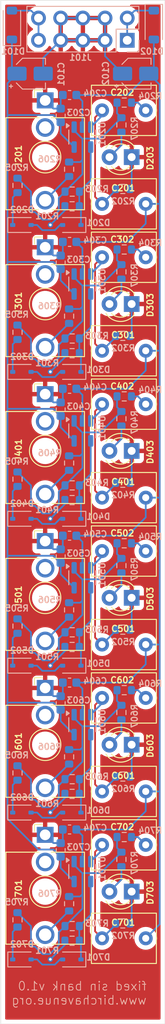
<source format=kicad_pcb>
(kicad_pcb (version 20240108) (generator "pcbnew") (generator_version "8.0")
  (layers (0 "F.Cu" signal) (31 "B.Cu" signal) (34 "B.Paste" user) (35 "F.Paste" user) (36 "B.SilkS" user "B.Silkscreen") (37 "F.SilkS" user "F.Silkscreen") (38 "B.Mask" user) (39 "F.Mask" user) (44 "Edge.Cuts" user))
  (net 0 "")
  (net 1 "GND")
  (net 2 "VCC")
  (net 3 "VEE")
  (net 4 "Net-(U201-+)")
  (net 5 "Net-(C202-Pad2)")
  (net 6 "Net-(U301-+)")
  (net 7 "Net-(C302-Pad2)")
  (net 8 "Net-(U401-+)")
  (net 9 "Net-(C402-Pad2)")
  (net 10 "Net-(U501-+)")
  (net 11 "Net-(C502-Pad2)")
  (net 12 "Net-(U601-+)")
  (net 13 "Net-(C602-Pad2)")
  (net 14 "Net-(U701-+)")
  (net 15 "Net-(C702-Pad2)")
  (net 16 "Net-(D101-A)")
  (net 17 "Net-(D102-K)")
  (net 18 "Net-(D201-A)")
  (net 19 "Net-(D201-K)")
  (net 20 "Net-(D202-K)")
  (net 21 "Net-(D203-AK)")
  (net 22 "Net-(D301-A)")
  (net 23 "Net-(D301-K)")
  (net 24 "Net-(D302-K)")
  (net 25 "Net-(D303-AK)")
  (net 26 "Net-(D401-A)")
  (net 27 "Net-(D401-K)")
  (net 28 "Net-(D402-K)")
  (net 29 "Net-(D403-AK)")
  (net 30 "Net-(D501-A)")
  (net 31 "Net-(D501-K)")
  (net 32 "Net-(D502-K)")
  (net 33 "Net-(D503-AK)")
  (net 34 "Net-(D601-A)")
  (net 35 "Net-(D601-K)")
  (net 36 "Net-(D602-K)")
  (net 37 "Net-(D603-AK)")
  (net 38 "Net-(D701-K)")
  (net 39 "Net-(D701-A)")
  (net 40 "Net-(D702-K)")
  (net 41 "Net-(D703-AK)")
  (net 43 "Net-(J201-PadT)")
  (net 44 "Net-(J301-PadT)")
  (net 46 "Net-(J401-PadT)")
  (net 48 "Net-(J501-PadT)")
  (net 51 "Net-(J601-PadT)")
  (net 52 "Net-(J701-PadT)")
  (net 54 "Net-(R203-Pad2)")
  (net 55 "Net-(R303-Pad2)")
  (net 56 "Net-(R403-Pad2)")
  (net 57 "Net-(R503-Pad2)")
  (net 58 "Net-(R603-Pad2)")
  (net 59 "Net-(R703-Pad2)")
  (footprint "LED_THT:LED_D3.0mm" (layer "F.Cu") (at 147.57344 67.437 180)
    (property "Reference" "D303")
    (property "Value" "LED_Dual_Bidirectional" (hide yes))
  )
  (footprint "Capacitor_THT:C_Rect_L7.2mm_W5.5mm_P5.00mm_FKS2_FKP2_MKS2_MKP2" (layer "F.Cu") (at 144.18444 95.631)
    (property "Reference" "C502")
    (property "Value" "C" (hide yes))
  )
  (footprint "Connector_Audio:Jack_3.5mm_QingPu_WQP-PJ398SM_Vertical_CircularHoles" (layer "F.Cu") (at 137.66744 60.96)
    (property "Reference" "J301")
    (property "Value" "AudioJack2_SwitchT" (hide yes))
  )
  (footprint "Connector_Audio:Jack_3.5mm_QingPu_WQP-PJ398SM_Vertical_CircularHoles" (layer "F.Cu") (at 137.668 44.196)
    (property "Reference" "J201")
    (property "Value" "AudioJack2_SwitchT" (hide yes))
  )
  (footprint "Capacitor_THT:C_Rect_L7.2mm_W5.5mm_P5.00mm_FKS2_FKP2_MKS2_MKP2" (layer "F.Cu") (at 144.185 45.339)
    (property "Reference" "C202")
    (property "Value" "C" (hide yes))
  )
  (footprint "Connector_Audio:Jack_3.5mm_QingPu_WQP-PJ398SM_Vertical_CircularHoles" (layer "F.Cu") (at 137.66744 128.016)
    (property "Reference" "J701")
    (property "Value" "AudioJack2_SwitchT" (hide yes))
  )
  (footprint "LED_THT:LED_D3.0mm" (layer "F.Cu") (at 147.57344 84.201 180)
    (property "Reference" "D403")
    (property "Value" "LED_Dual_Bidirectional" (hide yes))
  )
  (footprint "Capacitor_THT:C_Rect_L7.2mm_W5.5mm_P5.00mm_FKS2_FKP2_MKS2_MKP2" (layer "F.Cu") (at 144.18444 129.159)
    (property "Reference" "C702")
    (property "Value" "C" (hide yes))
  )
  (footprint "Connector_Audio:Jack_3.5mm_QingPu_WQP-PJ398SM_Vertical_CircularHoles" (layer "F.Cu") (at 137.66744 77.724)
    (property "Reference" "J401")
    (property "Value" "AudioJack2_SwitchT" (hide yes))
  )
  (footprint "Capacitor_THT:C_Rect_L7.2mm_W5.5mm_P5.00mm_FKS2_FKP2_MKS2_MKP2" (layer "F.Cu") (at 149.18444 89.535 180)
    (property "Reference" "C401")
    (property "Value" "C" (hide yes))
  )
  (footprint "Connector_Audio:Jack_3.5mm_QingPu_WQP-PJ398SM_Vertical_CircularHoles" (layer "F.Cu") (at 137.66744 94.488)
    (property "Reference" "J501")
    (property "Value" "AudioJack2_SwitchT" (hide yes))
  )
  (footprint "Capacitor_THT:C_Rect_L7.2mm_W5.5mm_P5.00mm_FKS2_FKP2_MKS2_MKP2" (layer "F.Cu") (at 149.18444 139.827 180)
    (property "Reference" "C701")
    (property "Value" "C" (hide yes))
  )
  (footprint "Capacitor_THT:C_Rect_L7.2mm_W5.5mm_P5.00mm_FKS2_FKP2_MKS2_MKP2" (layer "F.Cu") (at 144.18444 78.867)
    (property "Reference" "C402")
    (property "Value" "C" (hide yes))
  )
  (footprint "Connector_Audio:Jack_3.5mm_QingPu_WQP-PJ398SM_Vertical_CircularHoles" (layer "F.Cu") (at 137.66744 111.252)
    (property "Reference" "J601")
    (property "Value" "AudioJack2_SwitchT" (hide yes))
  )
  (footprint "Capacitor_THT:C_Rect_L7.2mm_W5.5mm_P5.00mm_FKS2_FKP2_MKS2_MKP2" (layer "F.Cu") (at 144.18444 62.103)
    (property "Reference" "C302")
    (property "Value" "C" (hide yes))
  )
  (footprint "Capacitor_THT:C_Rect_L7.2mm_W5.5mm_P5.00mm_FKS2_FKP2_MKS2_MKP2" (layer "F.Cu") (at 149.18444 123.063 180)
    (property "Reference" "C601")
    (property "Value" "C" (hide yes))
  )
  (footprint "Capacitor_THT:C_Rect_L7.2mm_W5.5mm_P5.00mm_FKS2_FKP2_MKS2_MKP2" (layer "F.Cu") (at 149.18444 72.771 180)
    (property "Reference" "C301")
    (property "Value" "C" (hide yes))
  )
  (footprint "LED_THT:LED_D3.0mm" (layer "F.Cu") (at 147.57344 100.965 180)
    (property "Reference" "D503")
    (property "Value" "LED_Dual_Bidirectional" (hide yes))
  )
  (footprint "Capacitor_THT:C_Rect_L7.2mm_W5.5mm_P5.00mm_FKS2_FKP2_MKS2_MKP2" (layer "F.Cu") (at 149.18444 106.299 180)
    (property "Reference" "C501")
    (property "Value" "C" (hide yes))
  )
  (footprint "LED_THT:LED_D3.0mm" (layer "F.Cu") (at 147.574 50.673 180)
    (property "Reference" "D203")
    (property "Value" "LED_Dual_Bidirectional" (hide yes))
  )
  (footprint "Capacitor_THT:C_Rect_L7.2mm_W5.5mm_P5.00mm_FKS2_FKP2_MKS2_MKP2" (layer "F.Cu") (at 144.18444 112.395)
    (property "Reference" "C602")
    (property "Value" "C" (hide yes))
  )
  (footprint "LED_THT:LED_D3.0mm" (layer "F.Cu") (at 147.57344 117.729 180)
    (property "Reference" "D603")
    (property "Value" "LED_Dual_Bidirectional" (hide yes))
  )
  (footprint "Capacitor_THT:C_Rect_L7.2mm_W5.5mm_P5.00mm_FKS2_FKP2_MKS2_MKP2" (layer "F.Cu") (at 149.185 56.007 180)
    (property "Reference" "C201")
    (property "Value" "C" (hide yes))
  )
  (footprint "LED_THT:LED_D3.0mm" (layer "F.Cu") (at 147.57344 134.493 180)
    (property "Reference" "D703")
    (property "Value" "LED_Dual_Bidirectional" (hide yes))
  )
  (footprint "Resistor_SMD:R_0603_1608Metric" (layer "B.Cu") (at 140.75404 89.8144)
    (property "Reference" "R401")
    (property "Value" "10kΩ" (hide yes))
  )
  (footprint "Resistor_SMD:R_0603_1608Metric" (layer "B.Cu") (at 140.76624 121.666 180)
    (property "Reference" "R603")
    (property "Value" "22kΩ" (hide yes))
  )
  (footprint "Resistor_SMD:R_0603_1608Metric" (layer "B.Cu") (at 134.49944 120.956 90)
    (property "Reference" "R605")
    (property "Value" "27kΩ" (hide yes))
  )
  (footprint "Capacitor_SMD:C_0603_1608Metric" (layer "B.Cu") (at 140.46144 93.8784 180)
    (property "Reference" "C504")
    (property "Value" "100nF" (hide yes))
  )
  (footprint "Resistor_SMD:R_0603_1608Metric" (layer "B.Cu") (at 140.41064 68.8218 -90)
    (property "Reference" "R306")
    (property "Value" "1kΩ" (hide yes))
  )
  (footprint "Resistor_SMD:R_0603_1608Metric" (layer "B.Cu") (at 140.4112 52.0578 -90)
    (property "Reference" "R206")
    (property "Value" "1kΩ" (hide yes))
  )
  (footprint "Diode_SMD:D_SOD-323" (layer "B.Cu") (at 140.71544 125.476 180)
    (property "Reference" "D601")
    (property "Value" "4.3V" (hide yes))
  )
  (footprint "Resistor_SMD:R_0603_1608Metric" (layer "B.Cu") (at 140.75404 123.3424)
    (property "Reference" "R601")
    (property "Value" "10kΩ" (hide yes))
  )
  (footprint "Capacitor_SMD:CP_Elec_3x5.4" (layer "B.Cu") (at 135.9408 41.148)
    (property "Reference" "C101")
    (property "Value" "C_Polarized" (hide yes))
  )
  (footprint "Diode_SMD:D_SOD-323" (layer "B.Cu") (at 135.00044 108.712)
    (property "Reference" "D502")
    (property "Value" "4.3V" (hide yes))
  )
  (footprint "Resistor_SMD:R_0603_1608Metric" (layer "B.Cu") (at 146.72204 111.506 180)
    (property "Reference" "R604")
    (property "Value" "~" (hide yes))
  )
  (footprint "Diode_SMD:D_SOD-323" (layer "B.Cu") (at 140.71544 142.24 180)
    (property "Reference" "D701")
    (property "Value" "4.3V" (hide yes))
  )
  (footprint "Diode_SMD:D_SOD-123" (layer "B.Cu") (at 133.858 35.6 90)
    (property "Reference" "D101")
    (property "Value" "1N5819HW" (hide yes))
  )
  (footprint "Resistor_SMD:R_0603_1608Metric" (layer "B.Cu") (at 134.49944 137.72 90)
    (property "Reference" "R705")
    (property "Value" "27kΩ" (hide yes))
  )
  (footprint "Resistor_SMD:R_0603_1608Metric" (layer "B.Cu") (at 134.5 53.9 90)
    (property "Reference" "R205")
    (property "Value" "27kΩ" (hide yes))
  )
  (footprint "Resistor_SMD:R_0603_1608Metric" (layer "B.Cu") (at 146.39944 80.528 -90)
    (property "Reference" "R407")
    (property "Value" "510Ω" (hide yes))
  )
  (footprint "Resistor_SMD:R_0603_1608Metric" (layer "B.Cu") (at 146.4 47 -90)
    (property "Reference" "R207")
    (property "Value" "510Ω" (hide yes))
  )
  (footprint "Capacitor_SMD:C_0603_1608Metric" (layer "B.Cu") (at 139.44544 62.6742 90)
    (property "Reference" "C303")
    (property "Value" "100nF" (hide yes))
  )
  (footprint "Capacitor_SMD:CP_Elec_3x5.4" (layer "B.Cu") (at 148.0312 41.148)
    (property "Reference" "C102")
    (property "Value" "C_Polarized" (hide yes))
  )
  (footprint "Capacitor_SMD:C_0603_1608Metric" (layer "B.Cu") (at 139.44544 79.4382 90)
    (property "Reference" "C403")
    (property "Value" "100nF" (hide yes))
  )
  (footprint "Resistor_SMD:R_0603_1608Metric" (layer "B.Cu") (at 140.76624 104.902 180)
    (property "Reference" "R503")
    (property "Value" "22kΩ" (hide yes))
  )
  (footprint "Capacitor_SMD:C_0603_1608Metric" (layer "B.Cu") (at 140.462 43.5864 180)
    (property "Reference" "C204")
    (property "Value" "100nF" (hide yes))
  )
  (footprint "Package_TO_SOT_SMD:SOT-23-5" (layer "B.Cu") (at 141.93464 98.679 -90)
    (property "Reference" "U501")
    (property "Value" "TL071HDBV" (hide yes))
  )
  (footprint "Resistor_SMD:R_0603_1608Metric" (layer "B.Cu") (at 146.7226 44.45 180)
    (property "Reference" "R204")
    (property "Value" "~" (hide yes))
  )
  (footprint "Capacitor_SMD:C_0603_1608Metric" (layer "B.Cu") (at 140.46144 77.1144 180)
    (property "Reference" "C404")
    (property "Value" "100nF" (hide yes))
  )
  (footprint "Resistor_SMD:R_0603_1608Metric" (layer "B.Cu") (at 140.41064 119.1138 -90)
    (property "Reference" "R606")
    (property "Value" "1kΩ" (hide yes))
  )
  (footprint "Capacitor_SMD:C_0603_1608Metric" (layer "B.Cu") (at 140.46144 127.4064 180)
    (property "Reference" "C704")
    (property "Value" "100nF" (hide yes))
  )
  (footprint "Resistor_SMD:R_0603_1608Metric" (layer "B.Cu") (at 140.76624 71.374 180)
    (property "Reference" "R303")
    (property "Value" "22kΩ" (hide yes))
  )
  (footprint "Resistor_SMD:R_0603_1608Metric" (layer "B.Cu") (at 140.7668 54.61 180)
    (property "Reference" "R203")
    (property "Value" "22kΩ" (hide yes))
  )
  (footprint "Package_TO_SOT_SMD:SOT-23-5" (layer "B.Cu") (at 141.9352 48.387 -90)
    (property "Reference" "U201")
    (property "Value" "TL071HDBV" (hide yes))
  )
  (footprint "Resistor_SMD:R_0603_1608Metric" (layer "B.Cu") (at 134.49944 70.664 90)
    (property "Reference" "R305")
    (property "Value" "27kΩ" (hide yes))
  )
  (footprint "Resistor_SMD:R_0603_1608Metric" (layer "B.Cu") (at 140.75404 140.1064)
    (property "Reference" "R701")
    (property "Value" "10kΩ" (hide yes))
  )
  (footprint "Diode_SMD:D_SOD-323" (layer "B.Cu") (at 140.716 58.42 180)
    (property "Reference" "D201")
    (property "Value" "4.3V" (hide yes))
  )
  (footprint "Resistor_SMD:R_0603_1608Metric" (layer "B.Cu") (at 140.76624 88.138 180)
    (property "Reference" "R403")
    (property "Value" "22kΩ" (hide yes))
  )
  (footprint "Diode_SMD:D_SOD-323" (layer "B.Cu") (at 140.71544 91.948 180)
    (property "Reference" "D401")
    (property "Value" "4.3V" (hide yes))
  )
  (footprint "Resistor_SMD:R_0603_1608Metric" (layer "B.Cu") (at 140.75404 106.5784)
    (property "Reference" "R501")
    (property "Value" "10kΩ" (hide yes))
  )
  (footprint "Package_TO_SOT_SMD:SOT-23-5" (layer "B.Cu") (at 141.93464 81.915 -90)
    (property "Reference" "U401")
    (property "Value" "TL071HDBV" (hide yes))
  )
  (footprint "Capacitor_SMD:C_0603_1608Metric" (layer "B.Cu") (at 140.46144 110.6424 180)
    (property "Reference" "C604")
    (property "Value" "100nF" (hide yes))
  )
  (footprint "Diode_SMD:D_SOD-323" (layer "B.Cu") (at 135.00044 142.24)
    (property "Reference" "D702")
    (property "Value" "4.3V" (hide yes))
  )
  (footprint "Resistor_SMD:R_0603_1608Metric" (layer "B.Cu") (at 146.39944 63.764 -90)
    (property "Reference" "R307")
    (property "Value" "510Ω" (hide yes))
  )
  (footprint "Resistor_SMD:R_0603_1608Metric" (layer "B.Cu") (at 146.55744 138.1252 180)
    (property "Reference" "R702")
    (property "Value" "~" (hide yes))
  )
  (footprint "Capacitor_SMD:C_0603_1608Metric" (layer "B.Cu") (at 140.46144 60.3504 180)
    (property "Reference" "C304")
    (property "Value" "100nF" (hide yes))
  )
  (footprint "Resistor_SMD:R_0603_1608Metric" (layer "B.Cu") (at 134.49944 104.192 90)
    (property "Reference" "R505")
    (property "Value" "27kΩ" (hide yes))
  )
  (footprint "Resistor_SMD:R_0603_1608Metric" (layer "B.Cu") (at 140.41064 102.3498 -90)
    (property "Reference" "R506")
    (property "Value" "1kΩ" (hide yes))
  )
  (footprint "Package_TO_SOT_SMD:SOT-23-5" (layer "B.Cu") (at 141.93464 65.151 -90)
    (property "Reference" "U301")
    (property "Value" "TL071HDBV" (hide yes))
  )
  (footprint "Capacitor_SMD:C_0603_1608Metric" (layer "B.Cu") (at 139.446 45.9102 90)
    (property "Reference" "C203")
    (property "Value" "100nF" (hide yes))
  )
  (footprint "Resistor_SMD:R_0603_1608Metric" (layer "B.Cu") (at 146.72204 61.214 180)
    (property "Reference" "R304")
    (property "Value" "~" (hide yes))
  )
  (footprint "Capacitor_SMD:C_0603_1608Metric" (layer "B.Cu") (at 139.44544 96.2022 90)
    (property "Reference" "C503")
    (property "Value" "100nF" (hide yes))
  )
  (footprint "Resistor_SMD:R_0603_1608Metric" (layer "B.Cu") (at 140.75404 73.0504)
    (property "Reference" "R301")
    (property "Value" "10kΩ" (hide yes))
  )
  (footprint "Resistor_SMD:R_0603_1608Metric" (layer "B.Cu") (at 146.39944 114.056 -90)
    (property "Reference" "R607")
    (property "Value" "510Ω" (hide yes))
  )
  (footprint "Diode_SMD:D_SOD-323" (layer "B.Cu") (at 140.71544 108.712 180)
    (property "Reference" "D501")
    (property "Value" "4.3V" (hide yes))
  )
  (footprint "Resistor_SMD:R_0603_1608Metric" (layer "B.Cu") (at 140.41064 135.8778 -90)
    (property "Reference" "R706")
    (property "Value" "1kΩ" (hide yes))
  )
  (footprint "Capacitor_SMD:C_0603_1608Metric" (layer "B.Cu") (at 139.44544 129.7302 90)
    (property "Reference" "C703")
    (property "Value" "100nF" (hide yes))
  )
  (footprint "Resistor_SMD:R_0603_1608Metric" (layer "B.Cu") (at 134.49944 87.428 90)
    (property "Reference" "R405")
    (property "Value" "27kΩ" (hide yes))
  )
  (footprint "Resistor_SMD:R_0603_1608Metric" (layer "B.Cu") (at 146.558 54.3052 180)
    (property "Reference" "R202")
    (property "Value" "~" (hide yes))
  )
  (footprint "Diode_SMD:D_SOD-323" (layer "B.Cu") (at 135.00044 91.948)
    (property "Reference" "D402")
    (property "Value" "4.3V" (hide yes))
  )
  (footprint "Resistor_SMD:R_0603_1608Metric" (layer "B.Cu") (at 146.39944 97.292 -90)
    (property "Reference" "R507")
    (property "Value" "510Ω" (hide yes))
  )
  (footprint "Resistor_SMD:R_0603_1608Metric" (layer "B.Cu") (at 146.55744 121.3612 180)
    (property "Reference" "R602")
    (property "Value" "~" (hide yes))
  )
  (footprint "Diode_SMD:D_SOD-323" (layer "B.Cu") (at 135.001 58.42)
    (property "Reference" "D202")
    (property "Value" "4.3V" (hide yes))
  )
  (footprint "Diode_SMD:D_SOD-323" (layer "B.Cu") (at 135.00044 75.184)
    (property "Reference" "D302")
    (property "Value" "4.3V" (hide yes))
  )
  (footprint "Resistor_SMD:R_0603_1608Metric" (layer "B.Cu") (at 140.41064 85.5858 -90)
    (property "Reference" "R406")
    (property "Value" "1kΩ" (hide yes))
  )
  (footprint "Resistor_SMD:R_0603_1608Metric" (layer "B.Cu") (at 146.72204 128.27 180)
    (property "Reference" "R704")
    (property "Value" "~" (hide yes))
  )
  (footprint "Diode_SMD:D_SOD-123" (layer "B.Cu") (at 150.114 35.6 -90)
    (property "Reference" "D102")
    (property "Value" "1N5819HW" (hide yes))
  )
  (footprint "Resistor_SMD:R_0603_1608Metric" (layer "B.Cu") (at 140.7546 56.2864)
    (property "Reference" "R201")
    (property "Value" "10kΩ" (hide yes))
  )
  (footprint "Package_TO_SOT_SMD:SOT-23-5" (layer "B.Cu") (at 141.93464 115.443 -90)
    (property "Reference" "U601")
    (property "Value" "TL071HDBV" (hide yes))
  )
  (footprint "Resistor_SMD:R_0603_1608Metric" (layer "B.Cu") (at 146.55744 104.5972 180)
    (property "Reference" "R502")
    (property "Value" "~" (hide yes))
  )
  (footprint "Resistor_SMD:R_0603_1608Metric" (layer "B.Cu") (at 146.72204 77.978 180)
    (property "Reference" "R404")
    (property "Value" "~" (hide yes))
  )
  (footprint "Package_TO_SOT_SMD:SOT-23-5" (layer "B.Cu") (at 141.93464 132.207 -90)
    (property "Reference" "U701")
    (property "Value" "TL071HDBV" (hide yes))
  )
  (footprint "Capacitor_SMD:C_0603_1608Metric" (layer "B.Cu") (at 139.44544 112.9662 90)
    (property "Reference" "C603")
    (property "Value" "100nF" (hide yes))
  )
  (footprint "Resistor_SMD:R_0603_1608Metric" (layer "B.Cu") (at 146.72204 94.742 180)
    (property "Reference" "R504")
    (property "Value" "~" (hide yes))
  )
  (footprint "Connector_PinHeader_2.54mm:PinHeader_2x05_P2.54mm_Vertical" (layer "B.Cu") (at 147.066 37.338 90)
    (property "Reference" "J101")
    (property "Value" "Conn_02x05_Odd_Even" (hide yes))
  )
  (footprint "Resistor_SMD:R_0603_1608Metric" (layer "B.Cu") (at 146.55744 71.0692 180)
    (property "Reference" "R302")
    (property "Value" "~" (hide yes))
  )
  (footprint "Diode_SMD:D_SOD-323" (layer "B.Cu") (at 140.71544 75.184 180)
    (property "Reference" "D301")
    (property "Value" "4.3V" (hide yes))
  )
  (footprint "Diode_SMD:D_SOD-323" (layer "B.Cu") (at 135.00044 125.476)
    (property "Reference" "D602")
    (property "Value" "4.3V" (hide yes))
  )
  (footprint "Resistor_SMD:R_0603_1608Metric" (layer "B.Cu") (at 146.55744 87.8332 180)
    (property "Reference" "R402")
    (property "Value" "~" (hide yes))
  )
  (footprint "Resistor_SMD:R_0603_1608Metric" (layer "B.Cu") (at 140.76624 138.43 180)
    (property "Reference" "R703")
    (property "Value" "22kΩ" (hide yes))
  )
  (footprint "Resistor_SMD:R_0603_1608Metric" (layer "B.Cu") (at 146.39944 130.82 -90)
    (property "Reference" "R707")
    (property "Value" "510Ω" (hide yes))
  )
  (gr_rect (start 132.588 32.766) (end 151.384 149.606) (stroke (width 0.05)) (fill none) (layer "Edge.Cuts"))
  (gr_text "fixed sin bank v1.0\nwww.birchavenue.org" (at 149.352 147.4724 0) (layer "B.SilkS") (effects (font (size 1 1) (thickness 0.1)) (justify left bottom mirror)))
  (via (at 138.264226 75.17012) (size 0.6) (drill 0.3) (layers "F.Cu" "B.Cu") (net 1))
  (via (at 138.264226 108.69812) (size 0.6) (drill 0.3) (layers "F.Cu" "B.Cu") (net 1))
  (via (at 138.264226 142.22612) (size 0.6) (drill 0.3) (layers "F.Cu" "B.Cu") (net 1))
  (via (at 138.264786 58.40612) (size 0.6) (drill 0.3) (layers "F.Cu" "B.Cu") (net 1))
  (via (at 138.264226 91.93412) (size 0.6) (drill 0.3) (layers "F.Cu" "B.Cu") (net 1))
  (via (at 138.264226 125.46212) (size 0.6) (drill 0.3) (layers "F.Cu" "B.Cu") (net 1))
  (segment (start 139.44544 61.8992) (end 138.60664 61.8992) (width 0.2) (layer "B.Cu") (net 1))
  (segment (start 138.60724 108.3564) (end 138.605946 108.3564) (width 0.2) (layer "B.Cu") (net 1))
  (segment (start 139.446 43.8274) (end 139.687 43.5864) (width 0.2) (layer "B.Cu") (net 1))
  (segment (start 138.60664 61.8992) (end 137.66744 60.96) (width 0.2) (layer "B.Cu") (net 1))
  (segment (start 139.446 45.1352) (end 139.446 43.8274) (width 0.2) (layer "B.Cu") (net 1))
  (segment (start 147.57344 100.965) (end 147.57344 104.4062) (width 0.2) (layer "B.Cu") (net 1))
  (segment (start 138.605946 91.5924) (end 138.264226 91.93412) (width 0.2) (layer "B.Cu") (net 1))
  (segment (start 144.526 37.338) (end 144.526 39.1428) (width 0.2) (layer "B.Cu") (net 1))
  (segment (start 139.44544 78.6632) (end 138.60664 78.6632) (width 0.2) (layer "B.Cu") (net 1))
  (segment (start 138.606506 58.0644) (end 138.264786 58.40612) (width 0.2) (layer "B.Cu") (net 1))
  (segment (start 138.605946 141.8844) (end 138.264226 142.22612) (width 0.2) (layer "B.Cu") (net 1))
  (segment (start 138.605946 108.3564) (end 138.264226 108.69812) (width 0.2) (layer "B.Cu") (net 1))
  (segment (start 147.574 50.673) (end 147.574 54.1142) (width 0.2) (layer "B.Cu") (net 1))
  (segment (start 139.68644 127.4064) (end 139.68644 128.7142) (width 0.2) (layer "B.Cu") (net 1))
  (segment (start 139.68644 77.1144) (end 139.68644 78.4222) (width 0.2) (layer "B.Cu") (net 1))
  (segment (start 144.526 34.798) (end 144.526 37.338) (width 0.2) (layer "B.Cu") (net 1))
  (segment (start 147.57344 67.437) (end 147.57344 70.8782) (width 0.2) (layer "B.Cu") (net 1))
  (segment (start 147.57344 117.729) (end 147.57344 121.1702) (width 0.2) (layer "B.Cu") (net 1))
  (segment (start 139.92904 90.2706) (end 138.60724 91.5924) (width 0.2) (layer "B.Cu") (net 1))
  (segment (start 139.446 34.798) (end 139.446 37.338) (width 0.2) (layer "B.Cu") (net 1))
  (segment (start 138.60664 112.1912) (end 137.66744 111.252) (width 0.2) (layer "B.Cu") (net 1))
  (segment (start 147.57344 121.1702) (end 147.38244 121.3612) (width 0.2) (layer "B.Cu") (net 1))
  (segment (start 139.68644 111.9502) (end 139.44544 112.1912) (width 0.2) (layer "B.Cu") (net 1))
  (segment (start 144.526 34.798) (end 139.446 34.798) (width 0.2) (layer "B.Cu") (net 1))
  (segment (start 139.68644 78.4222) (end 139.44544 78.6632) (width 0.2) (layer "B.Cu") (net 1))
  (segment (start 139.92904 89.8144) (end 139.92904 90.2706) (width 0.2) (layer "B.Cu") (net 1))
  (segment (start 147.57344 87.6422) (end 147.38244 87.8332) (width 0.2) (layer "B.Cu") (net 1))
  (segment (start 139.68644 61.6582) (end 139.44544 61.8992) (width 0.2) (layer "B.Cu") (net 1))
  (segment (start 139.446 37.338) (end 144.526 37.338) (width 0.2) (layer "B.Cu") (net 1))
  (segment (start 138.6072 45.1352) (end 137.668 44.196) (width 0.2) (layer "B.Cu") (net 1))
  (segment (start 147.57344 137.9342) (end 147.38244 138.1252) (width 0.2) (layer "B.Cu") (net 1))
  (segment (start 139.92904 107.0346) (end 138.60724 108.3564) (width 0.2) (layer "B.Cu") (net 1))
  (segment (start 147.57344 84.201) (end 147.57344 87.6422) (width 0.2) (layer "B.Cu") (net 1))
  (segment (start 139.68644 110.6424) (end 139.68644 111.9502) (width 0.2) (layer "B.Cu") (net 1))
  (segment (start 139.92904 73.0504) (end 139.92904 73.5066) (width 0.2) (layer "B.Cu") (net 1))
  (segment (start 139.68644 128.7142) (end 139.44544 128.9552) (width 0.2) (layer "B.Cu") (net 1))
  (segment (start 139.9296 56.2864) (end 139.9296 56.7426) (width 0.2) (layer "B.Cu") (net 1))
  (segment (start 138.60664 95.4272) (end 137.66744 94.488) (width 0.2) (layer "B.Cu") (net 1))
  (segment (start 137.4408 39.3432) (end 139.446 37.338) (width 0.2) (layer "B.Cu") (net 1))
  (segment (start 139.92904 123.3424) (end 139.92904 123.7986) (width 0.2) (layer "B.Cu") (net 1))
  (segment (start 138.6078 58.0644) (end 138.606506 58.0644) (width 0.2) (layer "B.Cu") (net 1))
  (segment (start 147.574 54.1142) (end 147.383 54.3052) (width 0.2) (layer "B.Cu") (net 1))
  (segment (start 139.92904 106.5784) (end 139.92904 107.0346) (width 0.2) (layer "B.Cu") (net 1))
  (segment (start 138.605946 74.8284) (end 138.264226 75.17012) (width 0.2) (layer "B.Cu") (net 1))
  (segment (start 139.68644 93.8784) (end 139.68644 95.1862) (width 0.2) (layer "B.Cu") (net 1))
  (segment (start 147.57344 70.8782) (end 147.38244 71.0692) (width 0.2) (layer "B.Cu") (net 1))
  (segment (start 139.92904 73.5066) (end 138.60724 74.8284) (width 0.2) (layer "B.Cu") (net 1))
  (segment (start 139.44544 95.4272) (end 138.60664 95.4272) (width 0.2) (layer "B.Cu") (net 1))
  (segment (start 139.446 45.1352) (end 138.6072 45.1352) (width 0.2) (layer "B.Cu") (net 1))
  (segment (start 139.44544 112.1912) (end 138.60664 112.1912) (width 0.2) (layer "B.Cu") (net 1))
  (segment (start 138.60724 74.8284) (end 138.605946 74.8284) (width 0.2) (layer "B.Cu") (net 1))
  (segment (start 139.9296 56.7426) (end 138.6078 58.0644) (width 0.2) (layer "B.Cu") (net 1))
  (segment (start 147.57344 104.4062) (end 147.38244 104.5972) (width 0.2) (layer "B.Cu") (net 1))
  (segment (start 139.92904 140.5626) (end 138.60724 141.8844) (width 0.2) (layer "B.Cu") (net 1))
  (segment (start 138.605946 125.1204) (end 138.264226 125.46212) (width 0.2) (layer "B.Cu") (net 1))
  (segment (start 139.68644 95.1862) (end 139.44544 95.4272) (width 0.2) (layer "B.Cu") (net 1))
  (segment (start 137.4408 41.148) (end 137.4408 39.3432) (width 0.2) (layer "B.Cu") (net 1))
  (segment (start 138.60724 141.8844) (end 138.605946 141.8844) (width 0.2) (layer "B.Cu") (net 1))
  (segment (start 139.44544 128.9552) (end 138.60664 128.9552) (width 0.2) (layer "B.Cu") (net 1))
  (segment (start 138.60664 128.9552) (end 137.66744 128.016) (width 0.2) (layer "B.Cu") (net 1))
  (segment (start 139.68644 60.3504) (end 139.68644 61.6582) (width 0.2) (layer "B.Cu") (net 1))
  (segment (start 147.57344 134.493) (end 147.57344 137.9342) (width 0.2) (layer "B.Cu") (net 1))
  (segment (start 139.92904 140.1064) (end 139.92904 140.5626) (width 0.2) (layer "B.Cu") (net 1))
  (segment (start 144.526 39.1428) (end 146.5312 41.148) (width 0.2) (layer "B.Cu") (net 1))
  (segment (start 139.92904 123.7986) (end 138.60724 125.1204) (width 0.2) (layer "B.Cu") (net 1))
  (segment (start 138.60724 91.5924) (end 138.605946 91.5924) (width 0.2) (layer "B.Cu") (net 1))
  (segment (start 138.60664 78.6632) (end 137.66744 77.724) (width 0.2) (layer "B.Cu") (net 1))
  (segment (start 138.60724 125.1204) (end 138.605946 125.1204) (width 0.2) (layer "B.Cu") (net 1))
  (segment (start 133.35044 45.8724) (end 133.35044 62.6364) (width 0.2) (layer "B.Cu") (net 2))
  (segment (start 138.63264 112.9284) (end 133.35044 112.9284) (width 0.2) (layer "B.Cu") (net 2))
  (segment (start 139.44544 131.8053) (end 140.98464 133.3445) (width 0.2) (layer "B.Cu") (net 2))
  (segment (start 138.63264 79.4004) (end 133.37584 79.4004) (width 0.2) (layer "B.Cu") (net 2))
  (segment (start 133.35044 112.9284) (end 133.35044 126.179) (width 0.2) (layer "B.Cu") (net 2))
  (segment (start 139.44544 63.4492) (end 138.63264 62.6364) (width 0.2) (layer "B.Cu") (net 2))
  (segment (start 139.44544 96.9772) (end 139.44544 98.2773) (width 0.2) (layer "B.Cu") (net 2))
  (segment (start 138.6332 45.8724) (end 133.35044 45.8724) (width 0.2) (layer "B.Cu") (net 2))
  (segment (start 134.4408 41.148) (end 133.35044 42.23836) (width 0.2) (layer "B.Cu") (net 2))
  (segment (start 133.35044 79.375) (end 133.35044 96.1136) (width 0.2) (layer "B.Cu") (net 2))
  (segment (start 139.44544 81.5133) (end 140.98464 83.0525) (width 0.2) (layer "B.Cu") (net 2))
  (segment (start 139.44544 63.4492) (end 139.44544 64.7493) (width 0.2) (layer "B.Cu") (net 2))
  (segment (start 133.40124 96.1644) (end 133.35044 96.1136) (width 0.2) (layer "B.Cu") (net 2))
  (segment (start 139.44544 130.5052) (end 138.63264 129.6924) (width 0.2) (layer "B.Cu") (net 2))
  (segment (start 139.44544 80.2132) (end 139.44544 81.5133) (width 0.2) (layer "B.Cu") (net 2))
  (segment (start 139.44544 64.7493) (end 140.98464 66.2885) (width 0.2) (layer "B.Cu") (net 2))
  (segment (start 133.37584 79.4004) (end 133.35044 79.375) (width 0.2) (layer "B.Cu") (net 2))
  (segment (start 139.446 47.9853) (end 140.9852 49.5245) (width 0.2) (layer "B.Cu") (net 2))
  (segment (start 133.35044 96.1136) (end 133.35044 112.9284) (width 0.2) (layer "B.Cu") (net 2))
  (segment (start 139.44544 113.7412) (end 139.44544 115.0413) (width 0.2) (layer "B.Cu") (net 2))
  (segment (start 139.44544 115.0413) (end 140.98464 116.5805) (width 0.2) (layer "B.Cu") (net 2))
  (segment (start 139.44544 113.7412) (end 138.63264 112.9284) (width 0.2) (layer "B.Cu") (net 2))
  (segment (start 133.858 40.5652) (end 134.4408 41.148) (width 0.2) (layer "B.Cu") (net 2))
  (segment (start 139.44544 80.2132) (end 138.63264 79.4004) (width 0.2) (layer "B.Cu") (net 2))
  (segment (start 136.86384 129.6924) (end 138.63264 129.6924) (width 0.2) (layer "B.Cu") (net 2))
  (segment (start 139.44544 130.5052) (end 139.44544 131.8053) (width 0.2) (layer "B.Cu") (net 2))
  (segment (start 133.858 37.25) (end 133.858 40.5652) (width 0.2) (layer "B.Cu") (net 2))
  (segment (start 139.446 46.6852) (end 138.6332 45.8724) (width 0.2) (layer "B.Cu") (net 2))
  (segment (start 139.44544 96.9772) (end 138.63264 96.1644) (width 0.2) (layer "B.Cu") (net 2))
  (segment (start 133.35044 42.23836) (end 133.35044 45.8724) (width 0.2) (layer "B.Cu") (net 2))
  (segment (start 133.35044 126.179) (end 136.86384 129.6924) (width 0.2) (layer "B.Cu") (net 2))
  (segment (start 139.44544 98.2773) (end 140.98464 99.8165) (width 0.2) (layer "B.Cu") (net 2))
  (segment (start 133.35044 62.6364) (end 133.35044 79.375) (width 0.2) (layer "B.Cu") (net 2))
  (segment (start 138.63264 62.6364) (end 133.35044 62.6364) (width 0.2) (layer "B.Cu") (net 2))
  (segment (start 138.63264 96.1644) (end 133.40124 96.1644) (width 0.2) (layer "B.Cu") (net 2))
  (segment (start 139.446 46.6852) (end 139.446 47.9853) (width 0.2) (layer "B.Cu") (net 2))
  (segment (start 141.93464 94.5766) (end 141.23644 93.8784) (width 0.2) (layer "B.Cu") (net 3))
  (segment (start 141.93464 97.5415) (end 141.93464 94.5766) (width 0.2) (layer "B.Cu") (net 3))
  (segment (start 150.7586 89.535) (end 150.784 89.5096) (width 0.2) (layer "B.Cu") (net 3))
  (segment (start 149.18444 89.535) (end 150.7586 89.535) (width 0.2) (layer "B.Cu") (net 3))
  (segment (start 149.185 58.25764) (end 149.185 56.007) (width 0.2) (layer "B.Cu") (net 3))
  (segment (start 150.784 106.299) (end 150.784 123.0884) (width 0.2) (layer "B.Cu") (net 3))
  (segment (start 141.9352 47.2495) (end 141.9352 44.2846) (width 0.2) (layer "B.Cu") (net 3))
  (segment (start 149.185 56.007) (end 150.784 56.007) (width 0.2) (layer "B.Cu") (net 3))
  (segment (start 141.93464 111.3406) (end 141.23644 110.6424) (width 0.2) (layer "B.Cu") (net 3))
  (segment (start 141.93464 114.3055) (end 141.93464 111.3406) (width 0.2) (layer "B.Cu") (net 3))
  (segment (start 147.09224 77.1144) (end 149.18444 75.0222) (width 0.2) (layer "B.Cu") (net 3))
  (segment (start 141.23644 60.3504) (end 147.09224 60.3504) (width 0.2) (layer "B.Cu") (net 3))
  (segment (start 150.784 123.0884) (end 150.784 138.22744) (width 0.2) (layer "B.Cu") (net 3))
  (segment (start 141.93464 64.0135) (end 141.93464 61.0486) (width 0.2) (layer "B.Cu") (net 3))
  (segment (start 150.114 40.5652) (end 149.5312 41.148) (width 0.2) (layer "B.Cu") (net 3))
  (segment (start 149.18444 123.063) (end 150.7586 123.063) (width 0.2) (layer "B.Cu") (net 3))
  (segment (start 141.23644 127.4064) (end 147.09224 127.4064) (width 0.2) (layer "B.Cu") (net 3))
  (segment (start 149.18444 75.0222) (end 149.18444 72.771) (width 0.2) (layer "B.Cu") (net 3))
  (segment (start 141.93464 80.7775) (end 141.93464 77.8126) (width 0.2) (layer "B.Cu") (net 3))
  (segment (start 147.0928 43.5864) (end 149.5312 41.148) (width 0.2) (layer "B.Cu") (net 3))
  (segment (start 150.784 56.007) (end 150.784 72.7456) (width 0.2) (layer "B.Cu") (net 3))
  (segment (start 150.784 89.5096) (end 150.784 106.299) (width 0.2) (layer "B.Cu") (net 3))
  (segment (start 147.09224 110.6424) (end 149.18444 108.5502) (width 0.2) (layer "B.Cu") (net 3))
  (segment (start 141.23644 93.8784) (end 147.09224 93.8784) (width 0.2) (layer "B.Cu") (net 3))
  (segment (start 149.18444 108.5502) (end 149.18444 106.299) (width 0.2) (layer "B.Cu") (net 3))
  (segment (start 150.7586 123.063) (end 150.784 123.0884) (width 0.2) (layer "B.Cu") (net 3))
  (segment (start 147.09224 60.3504) (end 149.185 58.25764) (width 0.2) (layer "B.Cu") (net 3))
  (segment (start 147.09224 93.8784) (end 149.18444 91.7862) (width 0.2) (layer "B.Cu") (net 3))
  (segment (start 149.18444 106.299) (end 150.784 106.299) (width 0.2) (layer "B.Cu") (net 3))
  (segment (start 150.784 138.22744) (end 149.18444 139.827) (width 0.2) (layer "B.Cu") (net 3))
  (segment (start 150.114 37.25) (end 150.114 40.5652) (width 0.2) (layer "B.Cu") (net 3))
  (segment (start 141.93464 77.8126) (end 141.23644 77.1144) (width 0.2) (layer "B.Cu") (net 3))
  (segment (start 150.7586 72.771) (end 150.784 72.7456) (width 0.2) (layer "B.Cu") (net 3))
  (segment (start 149.18444 125.3142) (end 149.18444 123.063) (width 0.2) (layer "B.Cu") (net 3))
  (segment (start 141.93464 128.1046) (end 141.23644 127.4064) (width 0.2) (layer "B.Cu") (net 3))
  (segment (start 141.93464 131.0695) (end 141.93464 128.1046) (width 0.2) (layer "B.Cu") (net 3))
  (segment (start 149.18444 91.7862) (end 149.18444 89.535) (width 0.2) (layer "B.Cu") (net 3))
  (segment (start 149.5312 41.148) (end 150.784 42.4008) (width 0.2) (layer "B.Cu") (net 3))
  (segment (start 141.23644 77.1144) (end 147.09224 77.1144) (width 0.2) (layer "B.Cu") (net 3))
  (segment (start 141.93464 61.0486) (end 141.23644 60.3504) (width 0.2) (layer "B.Cu") (net 3))
  (segment (start 150.784 72.7456) (end 150.784 89.5096) (width 0.2) (layer "B.Cu") (net 3))
  (segment (start 150.784 42.4008) (end 150.784 56.007) (width 0.2) (layer "B.Cu") (net 3))
  (segment (start 141.237 43.5864) (end 147.0928 43.5864) (width 0.2) (layer "B.Cu") (net 3))
  (segment (start 149.18444 72.771) (end 150.7586 72.771) (width 0.2) (layer "B.Cu") (net 3))
  (segment (start 147.09224 127.4064) (end 149.18444 125.3142) (width 0.2) (layer "B.Cu") (net 3))
  (segment (start 141.9352 44.2846) (end 141.237 43.5864) (width 0.2) (layer "B.Cu") (net 3))
  (segment (start 141.23644 110.6424) (end 147.09224 110.6424) (width 0.2) (layer "B.Cu") (net 3))
  (segment (start 143.385001 55.207001) (end 144.185 56.007) (width 0.2) (layer "F.Cu") (net 4))
  (segment (start 143.385001 46.138999) (end 143.385001 55.207001) (width 0.2) (layer "F.Cu") (net 4))
  (segment (start 144.185 45.339) (end 143.385001 46.138999) (width 0.2) (layer "F.Cu") (net 4))
  (segment (start 145.733 54.459) (end 145.733 54.3052) (width 0.2) (layer "B.Cu") (net 4))
  (segment (start 144.185 56.007) (end 145.733 54.459) (width 0.2) (layer "B.Cu") (net 4))
  (segment (start 144.185 45.9497) (end 144.185 45.339) (width 0.2) (layer "B.Cu") (net 4))
  (segment (start 142.8852 47.2495) (end 144.185 45.9497) (width 0.2) (layer "B.Cu") (net 4))
  (segment (start 147.5476 44.45) (end 148.296 44.45) (width 0.2) (layer "B.Cu") (net 5))
  (segment (start 148.296 44.45) (end 149.185 45.339) (width 0.2) (layer "B.Cu") (net 5))
  (segment (start 143.384441 71.971001) (end 143.384441 62.902999) (width 0.2) (layer "F.Cu") (net 6))
  (segment (start 143.384441 62.902999) (end 144.18444 62.103) (width 0.2) (layer "F.Cu") (net 6))
  (segment (start 144.18444 72.771) (end 143.384441 71.971001) (width 0.2) (layer "F.Cu") (net 6))
  (segment (start 144.18444 72.771) (end 145.73244 71.223) (width 0.2) (layer "B.Cu") (net 6))
  (segment (start 145.73244 71.223) (end 145.73244 71.0692) (width 0.2) (layer "B.Cu") (net 6))
  (segment (start 142.88464 64.0135) (end 144.18444 62.7137) (width 0.2) (layer "B.Cu") (net 6))
  (segment (start 144.18444 62.7137) (end 144.18444 62.103) (width 0.2) (layer "B.Cu") (net 6))
  (segment (start 147.54704 61.214) (end 148.29544 61.214) (width 0.2) (layer "B.Cu") (net 7))
  (segment (start 148.29544 61.214) (end 149.18444 62.103) (width 0.2) (layer "B.Cu") (net 7))
  (segment (start 143.384441 79.666999) (end 144.18444 78.867) (width 0.2) (layer "F.Cu") (net 8))
  (segment (start 143.384441 88.735001) (end 143.384441 79.666999) (width 0.2) (layer "F.Cu") (net 8))
  (segment (start 144.18444 89.535) (end 143.384441 88.735001) (width 0.2) (layer "F.Cu") (net 8))
  (segment (start 144.18444 79.4777) (end 144.18444 78.867) (width 0.2) (layer "B.Cu") (net 8))
  (segment (start 142.88464 80.7775) (end 144.18444 79.4777) (width 0.2) (layer "B.Cu") (net 8))
  (segment (start 144.18444 89.535) (end 145.73244 87.987) (width 0.2) (layer "B.Cu") (net 8))
  (segment (start 145.73244 87.987) (end 145.73244 87.8332) (width 0.2) (layer "B.Cu") (net 8))
  (segment (start 147.54704 77.978) (end 148.29544 77.978) (width 0.2) (layer "B.Cu") (net 9))
  (segment (start 148.29544 77.978) (end 149.18444 78.867) (width 0.2) (layer "B.Cu") (net 9))
  (segment (start 144.18444 106.299) (end 143.384441 105.499001) (width 0.2) (layer "F.Cu") (net 10))
  (segment (start 143.384441 96.430999) (end 144.18444 95.631) (width 0.2) (layer "F.Cu") (net 10))
  (segment (start 143.384441 105.499001) (end 143.384441 96.430999) (width 0.2) (layer "F.Cu") (net 10))
  (segment (start 144.18444 106.299) (end 145.73244 104.751) (width 0.2) (layer "B.Cu") (net 10))
  (segment (start 145.73244 104.751) (end 145.73244 104.5972) (width 0.2) (layer "B.Cu") (net 10))
  (segment (start 142.88464 97.5415) (end 144.18444 96.2417) (width 0.2) (layer "B.Cu") (net 10))
  (segment (start 144.18444 96.2417) (end 144.18444 95.631) (width 0.2) (layer "B.Cu") (net 10))
  (segment (start 147.54704 94.742) (end 148.29544 94.742) (width 0.2) (layer "B.Cu") (net 11))
  (segment (start 148.29544 94.742) (end 149.18444 95.631) (width 0.2) (layer "B.Cu") (net 11))
  (segment (start 144.18444 123.063) (end 143.384441 122.263001) (width 0.2) (layer "F.Cu") (net 12))
  (segment (start 143.384441 113.194999) (end 144.18444 112.395) (width 0.2) (layer "F.Cu") (net 12))
  (segment (start 143.384441 122.263001) (end 143.384441 113.194999) (width 0.2) (layer "F.Cu") (net 12))
  (segment (start 144.18444 113.0057) (end 144.18444 112.395) (width 0.2) (layer "B.Cu") (net 12))
  (segment (start 144.18444 123.063) (end 145.73244 121.515) (width 0.2) (layer "B.Cu") (net 12))
  (segment (start 145.73244 121.515) (end 145.73244 121.3612) (width 0.2) (layer "B.Cu") (net 12))
  (segment (start 142.88464 114.3055) (end 144.18444 113.0057) (width 0.2) (layer "B.Cu") (net 12))
  (segment (start 147.54704 111.506) (end 148.29544 111.506) (width 0.2) (layer "B.Cu") (net 13))
  (segment (start 148.29544 111.506) (end 149.18444 112.395) (width 0.2) (layer "B.Cu") (net 13))
  (segment (start 143.384441 129.958999) (end 144.18444 129.159) (width 0.2) (layer "F.Cu") (net 14))
  (segment (start 144.18444 139.827) (end 143.384441 139.027001) (width 0.2) (layer "F.Cu") (net 14))
  (segment (start 143.384441 139.027001) (end 143.384441 129.958999) (width 0.2) (layer "F.Cu") (net 14))
  (segment (start 142.88464 131.0695) (end 144.18444 129.7697) (width 0.2) (layer "B.Cu") (net 14))
  (segment (start 145.73244 138.279) (end 145.73244 138.1252) (width 0.2) (layer "B.Cu") (net 14))
  (segment (start 144.18444 129.7697) (end 144.18444 129.159) (width 0.2) (layer "B.Cu") (net 14))
  (segment (start 144.18444 139.827) (end 145.73244 138.279) (width 0.2) (layer "B.Cu") (net 14))
  (segment (start 147.54704 128.27) (end 148.29544 128.27) (width 0.2) (layer "B.Cu") (net 15))
  (segment (start 148.29544 128.27) (end 149.18444 129.159) (width 0.2) (layer "B.Cu") (net 15))
  (segment (start 136.058 33.95) (end 136.906 34.798) (width 0.2) (layer "B.Cu") (net 16))
  (segment (start 136.906 37.338) (end 136.906 34.798) (width 0.2) (layer "B.Cu") (net 16))
  (segment (start 133.858 33.95) (end 136.058 33.95) (width 0.2) (layer "B.Cu") (net 16))
  (segment (start 147.066 37.338) (end 147.066 34.798) (width 0.2) (layer "B.Cu") (net 17))
  (segment (start 147.914 33.95) (end 147.066 34.798) (width 0.2) (layer "B.Cu") (net 17))
  (segment (start 150.114 33.95) (end 147.914 33.95) (width 0.2) (layer "B.Cu") (net 17))
  (segment (start 137.6934 59.0042) (end 137.69532 59.00612) (width 0.2) (layer "B.Cu") (net 18))
  (segment (start 138.78368 59.00612) (end 139.3698 58.42) (width 0.2) (layer "B.Cu") (net 18))
  (segment (start 137.3378 59.0042) (end 137.6934 59.0042) (width 0.2) (layer "B.Cu") (net 18))
  (segment (start 137.69532 59.00612) (end 138.78368 59.00612) (width 0.2) (layer "B.Cu") (net 18))
  (segment (start 136.7536 58.42) (end 137.3378 59.0042) (width 0.2) (layer "B.Cu") (net 18))
  (segment (start 136.051 58.42) (end 136.7536 58.42) (width 0.2) (layer "B.Cu") (net 18))
  (segment (start 139.3698 58.42) (end 139.666 58.42) (width 0.2) (layer "B.Cu") (net 18))
  (segment (start 142.8852 49.5245) (end 142.8852 53.3166) (width 0.2) (layer "B.Cu") (net 19))
  (segment (start 142.8852 53.3166) (end 141.5918 54.61) (width 0.2) (layer "B.Cu") (net 19))
  (segment (start 141.5796 54.6222) (end 141.5918 54.61) (width 0.2) (layer "B.Cu") (net 19))
  (segment (start 141.766 58.42) (end 141.766 56.4728) (width 0.2) (layer "B.Cu") (net 19))
  (segment (start 141.766 56.4728) (end 141.5796 56.2864) (width 0.2) (layer "B.Cu") (net 19))
  (segment (start 141.5796 56.2864) (end 141.5796 54.6222) (width 0.2) (layer "B.Cu") (net 19))
  (segment (start 133.951 58.42) (end 133.951 55.274) (width 0.2) (layer "B.Cu") (net 20))
  (segment (start 133.951 55.274) (end 134.5 54.725) (width 0.2) (layer "B.Cu") (net 20))
  (segment (start 146.4 49.307) (end 145.034 50.673) (width 0.2) (layer "B.Cu") (net 21))
  (segment (start 146.4 47.825) (end 146.4 49.307) (width 0.2) (layer "B.Cu") (net 21))
  (segment (start 137.69284 75.7682) (end 137.69476 75.77012) (width 0.2) (layer "B.Cu") (net 22))
  (segment (start 139.36924 75.184) (end 139.66544 75.184) (width 0.2) (layer "B.Cu") (net 22))
  (segment (start 136.75304 75.184) (end 137.33724 75.7682) (width 0.2) (layer "B.Cu") (net 22))
  (segment (start 138.78312 75.77012) (end 139.36924 75.184) (width 0.2) (layer "B.Cu") (net 22))
  (segment (start 137.33724 75.7682) (end 137.69284 75.7682) (width 0.2) (layer "B.Cu") (net 22))
  (segment (start 136.05044 75.184) (end 136.75304 75.184) (width 0.2) (layer "B.Cu") (net 22))
  (segment (start 137.69476 75.77012) (end 138.78312 75.77012) (width 0.2) (layer "B.Cu") (net 22))
  (segment (start 141.76544 75.184) (end 141.76544 73.2368) (width 0.2) (layer "B.Cu") (net 23))
  (segment (start 141.76544 73.2368) (end 141.57904 73.0504) (width 0.2) (layer "B.Cu") (net 23))
  (segment (start 142.88464 70.0806) (end 141.59124 71.374) (width 0.2) (layer "B.Cu") (net 23))
  (segment (start 141.57904 71.3862) (end 141.59124 71.374) (width 0.2) (layer "B.Cu") (net 23))
  (segment (start 141.57904 73.0504) (end 141.57904 71.3862) (width 0.2) (layer "B.Cu") (net 23))
  (segment (start 142.88464 66.2885) (end 142.88464 70.0806) (width 0.2) (layer "B.Cu") (net 23))
  (segment (start 133.95044 75.184) (end 133.95044 72.038) (width 0.2) (layer "B.Cu") (net 24))
  (segment (start 133.95044 72.038) (end 134.49944 71.489) (width 0.2) (layer "B.Cu") (net 24))
  (segment (start 146.39944 64.589) (end 146.39944 66.071) (width 0.2) (layer "B.Cu") (net 25))
  (segment (start 146.39944 66.071) (end 145.03344 67.437) (width 0.2) (layer "B.Cu") (net 25))
  (segment (start 136.75304 91.948) (end 137.33724 92.5322) (width 0.2) (layer "B.Cu") (net 26))
  (segment (start 138.78312 92.53412) (end 139.36924 91.948) (width 0.2) (layer "B.Cu") (net 26))
  (segment (start 137.33724 92.5322) (end 137.69284 92.5322) (width 0.2) (layer "B.Cu") (net 26))
  (segment (start 139.36924 91.948) (end 139.66544 91.948) (width 0.2) (layer "B.Cu") (net 26))
  (segment (start 137.69476 92.53412) (end 138.78312 92.53412) (width 0.2) (layer "B.Cu") (net 26))
  (segment (start 136.05044 91.948) (end 136.75304 91.948) (width 0.2) (layer "B.Cu") (net 26))
  (segment (start 137.69284 92.5322) (end 137.69476 92.53412) (width 0.2) (layer "B.Cu") (net 26))
  (segment (start 142.88464 86.8446) (end 141.59124 88.138) (width 0.2) (layer "B.Cu") (net 27))
  (segment (start 141.76544 91.948) (end 141.76544 90.0008) (width 0.2) (layer "B.Cu") (net 27))
  (segment (start 141.57904 89.8144) (end 141.57904 88.1502) (width 0.2) (layer "B.Cu") (net 27))
  (segment (start 141.76544 90.0008) (end 141.57904 89.8144) (width 0.2) (layer "B.Cu") (net 27))
  (segment (start 142.88464 83.0525) (end 142.88464 86.8446) (width 0.2) (layer "B.Cu") (net 27))
  (segment (start 141.57904 88.1502) (end 141.59124 88.138) (width 0.2) (layer "B.Cu") (net 27))
  (segment (start 133.95044 91.948) (end 133.95044 88.802) (width 0.2) (layer "B.Cu") (net 28))
  (segment (start 133.95044 88.802) (end 134.49944 88.253) (width 0.2) (layer "B.Cu") (net 28))
  (segment (start 146.39944 81.353) (end 146.39944 82.835) (width 0.2) (layer "B.Cu") (net 29))
  (segment (start 146.39944 82.835) (end 145.03344 84.201) (width 0.2) (layer "B.Cu") (net 29))
  (segment (start 136.75304 108.712) (end 137.33724 109.2962) (width 0.2) (layer "B.Cu") (net 30))
  (segment (start 138.78312 109.29812) (end 139.36924 108.712) (width 0.2) (layer "B.Cu") (net 30))
  (segment (start 139.36924 108.712) (end 139.66544 108.712) (width 0.2) (layer "B.Cu") (net 30))
  (segment (start 137.33724 109.2962) (end 137.69284 109.2962) (width 0.2) (layer "B.Cu") (net 30))
  (segment (start 136.05044 108.712) (end 136.75304 108.712) (width 0.2) (layer "B.Cu") (net 30))
  (segment (start 137.69284 109.2962) (end 137.69476 109.29812) (width 0.2) (layer "B.Cu") (net 30))
  (segment (start 137.69476 109.29812) (end 138.78312 109.29812) (width 0.2) (layer "B.Cu") (net 30))
  (segment (start 142.88464 103.6086) (end 141.59124 104.902) (width 0.2) (layer "B.Cu") (net 31))
  (segment (start 141.57904 106.5784) (end 141.57904 104.9142) (width 0.2) (layer "B.Cu") (net 31))
  (segment (start 141.57904 104.9142) (end 141.59124 104.902) (width 0.2) (layer "B.Cu") (net 31))
  (segment (start 141.76544 108.712) (end 141.76544 106.7648) (width 0.2) (layer "B.Cu") (net 31))
  (segment (start 142.88464 99.8165) (end 142.88464 103.6086) (width 0.2) (layer "B.Cu") (net 31))
  (segment (start 141.76544 106.7648) (end 141.57904 106.5784) (width 0.2) (layer "B.Cu") (net 31))
  (segment (start 133.95044 105.566) (end 134.49944 105.017) (width 0.2) (layer "B.Cu") (net 32))
  (segment (start 133.95044 108.712) (end 133.95044 105.566) (width 0.2) (layer "B.Cu") (net 32))
  (segment (start 146.39944 98.117) (end 146.39944 99.599) (width 0.2) (layer "B.Cu") (net 33))
  (segment (start 146.39944 99.599) (end 145.03344 100.965) (width 0.2) (layer "B.Cu") (net 33))
  (segment (start 136.75304 125.476) (end 137.33724 126.0602) (width 0.2) (layer "B.Cu") (net 34))
  (segment (start 138.78312 126.06212) (end 139.36924 125.476) (width 0.2) (layer "B.Cu") (net 34))
  (segment (start 136.05044 125.476) (end 136.75304 125.476) (width 0.2) (layer "B.Cu") (net 34))
  (segment (start 139.36924 125.476) (end 139.66544 125.476) (width 0.2) (layer "B.Cu") (net 34))
  (segment (start 137.69476 126.06212) (end 138.78312 126.06212) (width 0.2) (layer "B.Cu") (net 34))
  (segment (start 137.69284 126.0602) (end 137.69476 126.06212) (width 0.2) (layer "B.Cu") (net 34))
  (segment (start 137.33724 126.0602) (end 137.69284 126.0602) (width 0.2) (layer "B.Cu") (net 34))
  (segment (start 141.76544 125.476) (end 141.76544 123.5288) (width 0.2) (layer "B.Cu") (net 35))
  (segment (start 141.57904 123.3424) (end 141.57904 121.6782) (width 0.2) (layer "B.Cu") (net 35))
  (segment (start 141.76544 123.5288) (end 141.57904 123.3424) (width 0.2) (layer "B.Cu") (net 35))
  (segment (start 142.88464 116.5805) (end 142.88464 120.3726) (width 0.2) (layer "B.Cu") (net 35))
  (segment (start 141.57904 121.6782) (end 141.59124 121.666) (width 0.2) (layer "B.Cu") (net 35))
  (segment (start 142.88464 120.3726) (end 141.59124 121.666) (width 0.2) (layer "B.Cu") (net 35))
  (segment (start 133.95044 125.476) (end 133.95044 122.33) (width 0.2) (layer "B.Cu") (net 36))
  (segment (start 133.95044 122.33) (end 134.49944 121.781) (width 0.2) (layer "B.Cu") (net 36))
  (segment (start 146.39944 116.363) (end 145.03344 117.729) (width 0.2) (layer "B.Cu") (net 37))
  (segment (start 146.39944 114.881) (end 146.39944 116.363) (width 0.2) (layer "B.Cu") (net 37))
  (segment (start 141.76544 140.2928) (end 141.57904 140.1064) (width 0.2) (layer "B.Cu") (net 38))
  (segment (start 142.88464 133.3445) (end 142.88464 137.1366) (width 0.2) (layer "B.Cu") (net 38))
  (segment (start 141.57904 140.1064) (end 141.57904 138.4422) (width 0.2) (layer "B.Cu") (net 38))
  (segment (start 141.57904 138.4422) (end 141.59124 138.43) (width 0.2) (layer "B.Cu") (net 38))
  (segment (start 141.76544 142.24) (end 141.76544 140.2928) (width 0.2) (layer "B.Cu") (net 38))
  (segment (start 142.88464 137.1366) (end 141.59124 138.43) (width 0.2) (layer "B.Cu") (net 38))
  (segment (start 137.69476 142.82612) (end 138.78312 142.82612) (width 0.2) (layer "B.Cu") (net 39))
  (segment (start 136.05044 142.24) (end 136.75304 142.24) (width 0.2) (layer "B.Cu") (net 39))
  (segment (start 137.33724 142.8242) (end 137.69284 142.8242) (width 0.2) (layer "B.Cu") (net 39))
  (segment (start 136.75304 142.24) (end 137.33724 142.8242) (width 0.2) (layer "B.Cu") (net 39))
  (segment (start 137.69284 142.8242) (end 137.69476 142.82612) (width 0.2) (layer "B.Cu") (net 39))
  (segment (start 139.36924 142.24) (end 139.66544 142.24) (width 0.2) (layer "B.Cu") (net 39))
  (segment (start 138.78312 142.82612) (end 139.36924 142.24) (width 0.2) (layer "B.Cu") (net 39))
  (segment (start 133.95044 139.094) (end 134.49944 138.545) (width 0.2) (layer "B.Cu") (net 40))
  (segment (start 133.95044 142.24) (end 133.95044 139.094) (width 0.2) (layer "B.Cu") (net 40))
  (segment (start 146.39944 133.127) (end 145.03344 134.493) (width 0.2) (layer "B.Cu") (net 41))
  (segment (start 146.39944 131.645) (end 146.39944 133.127) (width 0.2) (layer "B.Cu") (net 41))
  (segment (start 140.3812 52.8828) (end 137.668 55.596) (width 0.2) (layer "B.Cu") (net 43))
  (segment (start 140.4112 52.8828) (end 140.3812 52.8828) (width 0.2) (layer "B.Cu") (net 43))
  (segment (start 140.41064 69.6468) (end 140.38064 69.6468) (width 0.2) (layer "B.Cu") (net 44))
  (segment (start 140.38064 69.6468) (end 137.66744 72.36) (width 0.2) (layer "B.Cu") (net 44))
  (segment (start 140.38064 86.4108) (end 137.66744 89.124) (width 0.2) (layer "B.Cu") (net 46))
  (segment (start 140.41064 86.4108) (end 140.38064 86.4108) (width 0.2) (layer "B.Cu") (net 46))
  (segment (start 140.38064 103.1748) (end 137.66744 105.888) (width 0.2) (layer "B.Cu") (net 48))
  (segment (start 140.41064 103.1748) (end 140.38064 103.1748) (width 0.2) (layer "B.Cu") (net 48))
  (segment (start 140.38064 119.9388) (end 137.66744 122.652) (width 0.2) (layer "B.Cu") (net 51))
  (segment (start 140.41064 119.9388) (end 140.38064 119.9388) (width 0.2) (layer "B.Cu") (net 51))
  (segment (start 140.41064 136.7028) (end 140.38064 136.7028) (width 0.2) (layer "B.Cu") (net 52))
  (segment (start 140.38064 136.7028) (end 137.66744 139.416) (width 0.2) (layer "B.Cu") (net 52))
  (segment (start 134.5 53.075) (end 136.0424 54.6174) (width 0.2) (layer "B.Cu") (net 54))
  (segment (start 144.013 48.562) (end 146.4 46.175) (width 0.2) (layer "B.Cu") (net 54))
  (segment (start 145.8976 44.45) (end 145.8976 45.6726) (width 0.2) (layer "B.Cu") (net 54))
  (segment (start 137.3632 57.8104) (end 138.193248 57.8104) (width 0.2) (layer "B.Cu") (net 54))
  (segment (start 141.9352 50.9778) (end 141.9352 48.5902) (width 0.2) (layer "B.Cu") (net 54))
  (segment (start 139.9418 54.61) (end 141.9352 52.6166) (width 0.2) (layer "B.Cu") (net 54))
  (segment (start 140.4112 51.2328) (end 141.6802 51.2328) (width 0.2) (layer "B.Cu") (net 54))
  (segment (start 140.9852 47.6402) (end 140.9852 47.2495) (width 0.2) (layer "B.Cu") (net 54))
  (segment (start 136.4996 56.9468) (end 137.3632 57.8104) (width 0.2) (layer "B.Cu") (net 54))
  (segment (start 136.0424 54.6174) (end 136.0424 56.9468) (width 0.2) (layer "B.Cu") (net 54))
  (segment (start 139.2296 56.774048) (end 139.2296 55.3222) (width 0.2) (layer "B.Cu") (net 54))
  (segment (start 145.8976 45.6726) (end 146.4 46.175) (width 0.2) (layer "B.Cu") (net 54))
  (segment (start 141.9352 52.6166) (end 141.9352 50.9778) (width 0.2) (layer "B.Cu") (net 54))
  (segment (start 141.6802 51.2328) (end 141.9352 50.9778) (width 0.2) (layer "B.Cu") (net 54))
  (segment (start 138.193248 57.8104) (end 139.2296 56.774048) (width 0.2) (layer "B.Cu") (net 54))
  (segment (start 141.9352 48.5902) (end 141.9634 48.562) (width 0.2) (layer "B.Cu") (net 54))
  (segment (start 141.9352 48.5902) (end 140.9852 47.6402) (width 0.2) (layer "B.Cu") (net 54))
  (segment (start 139.2296 55.3222) (end 139.9418 54.61) (width 0.2) (layer "B.Cu") (net 54))
  (segment (start 136.0424 56.9468) (end 136.4996 56.9468) (width 0.2) (layer "B.Cu") (net 54))
  (segment (start 141.9634 48.562) (end 144.013 48.562) (width 0.2) (layer "B.Cu") (net 54))
  (segment (start 145.89704 61.214) (end 145.89704 62.4366) (width 0.2) (layer "B.Cu") (net 55))
  (segment (start 145.89704 62.4366) (end 146.39944 62.939) (width 0.2) (layer "B.Cu") (net 55))
  (segment (start 136.04184 73.7108) (end 136.49904 73.7108) (width 0.2) (layer "B.Cu") (net 55))
  (segment (start 139.22904 72.0862) (end 139.94124 71.374) (width 0.2) (layer "B.Cu") (net 55))
  (segment (start 137.36264 74.5744) (end 138.192688 74.5744) (width 0.2) (layer "B.Cu") (net 55))
  (segment (start 140.41064 67.9968) (end 141.67964 67.9968) (width 0.2) (layer "B.Cu") (net 55))
  (segment (start 136.04184 71.3814) (end 136.04184 73.7108) (width 0.2) (layer "B.Cu") (net 55))
  (segment (start 136.49904 73.7108) (end 137.36264 74.5744) (width 0.2) (layer "B.Cu") (net 55))
  (segment (start 141.93464 65.3542) (end 141.96284 65.326) (width 0.2) (layer "B.Cu") (net 55))
  (segment (start 138.192688 74.5744) (end 139.22904 73.538048) (width 0.2) (layer "B.Cu") (net 55))
  (segment (start 141.93464 67.7418) (end 141.93464 65.3542) (width 0.2) (layer "B.Cu") (net 55))
  (segment (start 134.49944 69.839) (end 136.04184 71.3814) (width 0.2) (layer "B.Cu") (net 55))
  (segment (start 139.94124 71.374) (end 141.93464 69.3806) (width 0.2) (layer "B.Cu") (net 55))
  (segment (start 140.98464 64.4042) (end 140.98464 64.0135) (width 0.2) (layer "B.Cu") (net 55))
  (segment (start 141.67964 67.9968) (end 141.93464 67.7418) (width 0.2) (layer "B.Cu") (net 55))
  (segment (start 141.93464 65.3542) (end 140.98464 64.4042) (width 0.2) (layer "B.Cu") (net 55))
  (segment (start 141.96284 65.326) (end 144.01244 65.326) (width 0.2) (layer "B.Cu") (net 55))
  (segment (start 144.01244 65.326) (end 146.39944 62.939) (width 0.2) (layer "B.Cu") (net 55))
  (segment (start 141.93464 69.3806) (end 141.93464 67.7418) (width 0.2) (layer "B.Cu") (net 55))
  (segment (start 139.22904 73.538048) (end 139.22904 72.0862) (width 0.2) (layer "B.Cu") (net 55))
  (segment (start 140.41064 84.7608) (end 141.67964 84.7608) (width 0.2) (layer "B.Cu") (net 56))
  (segment (start 144.01244 82.09) (end 146.39944 79.703) (width 0.2) (layer "B.Cu") (net 56))
  (segment (start 141.93464 82.1182) (end 141.96284 82.09) (width 0.2) (layer "B.Cu") (net 56))
  (segment (start 145.89704 79.2006) (end 146.39944 79.703) (width 0.2) (layer "B.Cu") (net 56))
  (segment (start 139.94124 88.138) (end 141.93464 86.1446) (width 0.2) (layer "B.Cu") (net 56))
  (segment (start 141.96284 82.09) (end 144.01244 82.09) (width 0.2) (layer "B.Cu") (net 56))
  (segment (start 141.67964 84.7608) (end 141.93464 84.5058) (width 0.2) (layer "B.Cu") (net 56))
  (segment (start 136.49904 90.4748) (end 137.36264 91.3384) (width 0.2) (layer "B.Cu") (net 56))
  (segment (start 138.192688 91.3384) (end 139.22904 90.302048) (width 0.2) (layer "B.Cu") (net 56))
  (segment (start 136.04184 88.1454) (end 136.04184 90.4748) (width 0.2) (layer "B.Cu") (net 56))
  (segment (start 141.93464 86.1446) (end 141.93464 84.5058) (width 0.2) (layer "B.Cu") (net 56))
  (segment (start 137.36264 91.3384) (end 138.192688 91.3384) (width 0.2) (layer "B.Cu") (net 56))
  (segment (start 141.93464 84.5058) (end 141.93464 82.1182) (width 0.2) (layer "B.Cu") (net 56))
  (segment (start 139.22904 90.302048) (end 139.22904 88.8502) (width 0.2) (layer "B.Cu") (net 56))
  (segment (start 136.04184 90.4748) (end 136.49904 90.4748) (width 0.2) (layer "B.Cu") (net 56))
  (segment (start 140.98464 81.1682) (end 140.98464 80.7775) (width 0.2) (layer "B.Cu") (net 56))
  (segment (start 141.93464 82.1182) (end 140.98464 81.1682) (width 0.2) (layer "B.Cu") (net 56))
  (segment (start 139.22904 88.8502) (end 139.94124 88.138) (width 0.2) (layer "B.Cu") (net 56))
  (segment (start 145.89704 77.978) (end 145.89704 79.2006) (width 0.2) (layer "B.Cu") (net 56))
  (segment (start 134.49944 86.603) (end 136.04184 88.1454) (width 0.2) (layer "B.Cu") (net 56))
  (segment (start 141.67964 101.5248) (end 141.93464 101.2698) (width 0.2) (layer "B.Cu") (net 57))
  (segment (start 145.89704 95.9646) (end 146.39944 96.467) (width 0.2) (layer "B.Cu") (net 57))
  (segment (start 134.49944 103.367) (end 136.04184 104.9094) (width 0.2) (layer "B.Cu") (net 57))
  (segment (start 136.04184 104.9094) (end 136.04184 107.2388) (width 0.2) (layer "B.Cu") (net 57))
  (segment (start 137.36264 108.1024) (end 138.192688 108.1024) (width 0.2) (layer "B.Cu") (net 57))
  (segment (start 140.98464 97.9322) (end 140.98464 97.5415) (width 0.2) (layer "B.Cu") (net 57))
  (segment (start 139.22904 105.6142) (end 139.94124 104.902) (width 0.2) (layer "B.Cu") (net 57))
  (segment (start 136.04184 107.2388) (end 136.49904 107.2388) (width 0.2) (layer "B.Cu") (net 57))
  (segment (start 141.93464 98.8822) (end 140.98464 97.9322) (width 0.2) (layer "B.Cu") (net 57))
  (segment (start 139.94124 104.902) (end 141.93464 102.9086) (width 0.2) (layer "B.Cu") (net 57))
  (segment (start 139.22904 107.066048) (end 139.22904 105.6142) (width 0.2) (layer "B.Cu") (net 57))
  (segment (start 138.192688 108.1024) (end 139.22904 107.066048) (width 0.2) (layer "B.Cu") (net 57))
  (segment (start 144.01244 98.854) (end 146.39944 96.467) (width 0.2) (layer "B.Cu") (net 57))
  (segment (start 141.93464 98.8822) (end 141.96284 98.854) (width 0.2) (layer "B.Cu") (net 57))
  (segment (start 141.93464 101.2698) (end 141.93464 98.8822) (width 0.2) (layer "B.Cu") (net 57))
  (segment (start 141.96284 98.854) (end 144.01244 98.854) (width 0.2) (layer "B.Cu") (net 57))
  (segment (start 145.89704 94.742) (end 145.89704 95.9646) (width 0.2) (layer "B.Cu") (net 57))
  (segment (start 141.93464 102.9086) (end 141.93464 101.2698) (width 0.2) (layer "B.Cu") (net 57))
  (segment (start 140.41064 101.5248) (end 141.67964 101.5248) (width 0.2) (layer "B.Cu") (net 57))
  (segment (start 136.49904 107.2388) (end 137.36264 108.1024) (width 0.2) (layer "B.Cu") (net 57))
  (segment (start 141.93464 115.6462) (end 140.98464 114.6962) (width 0.2) (layer "B.Cu") (net 58))
  (segment (start 141.96284 115.618) (end 144.01244 115.618) (width 0.2) (layer "B.Cu") (net 58))
  (segment (start 141.93464 119.6726) (end 141.93464 118.0338) (width 0.2) (layer "B.Cu") (net 58))
  (segment (start 145.89704 111.506) (end 145.89704 112.7286) (width 0.2) (layer "B.Cu") (net 58))
  (segment (start 139.22904 123.830048) (end 139.22904 122.3782) (width 0.2) (layer "B.Cu") (net 58))
  (segment (start 136.04184 121.6734) (end 136.04184 124.0028) (width 0.2) (layer "B.Cu") (net 58))
  (segment (start 141.93464 115.6462) (end 141.96284 115.618) (width 0.2) (layer "B.Cu") (net 58))
  (segment (start 145.89704 112.7286) (end 146.39944 113.231) (width 0.2) (layer "B.Cu") (net 58))
  (segment (start 144.01244 115.618) (end 146.39944 113.231) (width 0.2) (layer "B.Cu") (net 58))
  (segment (start 134.49944 120.131) (end 136.04184 121.6734) (width 0.2) (layer "B.Cu") (net 58))
  (segment (start 137.36264 124.8664) (end 138.192688 124.8664) (width 0.2) (layer "B.Cu") (net 58))
  (segment (start 136.04184 124.0028) (end 136.49904 124.0028) (width 0.2) (layer "B.Cu") (net 58))
  (segment (start 141.93464 118.0338) (end 141.93464 115.6462) (width 0.2) (layer "B.Cu") (net 58))
  (segment (start 140.98464 114.6962) (end 140.98464 114.3055) (width 0.2) (layer "B.Cu") (net 58))
  (segment (start 138.192688 124.8664) (end 139.22904 123.830048) (width 0.2) (layer "B.Cu") (net 58))
  (segment (start 140.41064 118.2888) (end 141.67964 118.2888) (width 0.2) (layer "B.Cu") (net 58))
  (segment (start 141.67964 118.2888) (end 141.93464 118.0338) (width 0.2) (layer "B.Cu") (net 58))
  (segment (start 136.49904 124.0028) (end 137.36264 124.8664) (width 0.2) (layer "B.Cu") (net 58))
  (segment (start 139.22904 122.3782) (end 139.94124 121.666) (width 0.2) (layer "B.Cu") (net 58))
  (segment (start 139.94124 121.666) (end 141.93464 119.6726) (width 0.2) (layer "B.Cu") (net 58))
  (segment (start 136.49904 140.7668) (end 137.36264 141.6304) (width 0.2) (layer "B.Cu") (net 59))
  (segment (start 141.93464 136.4366) (end 141.93464 134.7978) (width 0.2) (layer "B.Cu") (net 59))
  (segment (start 137.36264 141.6304) (end 138.192688 141.6304) (width 0.2) (layer "B.Cu") (net 59))
  (segment (start 140.41064 135.0528) (end 141.67964 135.0528) (width 0.2) (layer "B.Cu") (net 59))
  (segment (start 136.04184 138.4374) (end 136.04184 140.7668) (width 0.2) (layer "B.Cu") (net 59))
  (segment (start 141.93464 132.4102) (end 140.98464 131.4602) (width 0.2) (layer "B.Cu") (net 59))
  (segment (start 144.01244 132.382) (end 146.39944 129.995) (width 0.2) (layer "B.Cu") (net 59))
  (segment (start 139.22904 140.594048) (end 139.22904 139.1422) (width 0.2) (layer "B.Cu") (net 59))
  (segment (start 138.192688 141.6304) (end 139.22904 140.594048) (width 0.2) (layer "B.Cu") (net 59))
  (segment (start 141.93464 132.4102) (end 141.96284 132.382) (width 0.2) (layer "B.Cu") (net 59))
  (segment (start 140.98464 131.4602) (end 140.98464 131.0695) (width 0.2) (layer "B.Cu") (net 59))
  (segment (start 136.04184 140.7668) (end 136.49904 140.7668) (width 0.2) (layer "B.Cu") (net 59))
  (segment (start 145.89704 128.27) (end 145.89704 129.4926) (width 0.2) (layer "B.Cu") (net 59))
  (segment (start 141.93464 134.7978) (end 141.93464 132.4102) (width 0.2) (layer "B.Cu") (net 59))
  (segment (start 141.67964 135.0528) (end 141.93464 134.7978) (width 0.2) (layer "B.Cu") (net 59))
  (segment (start 134.49944 136.895) (end 136.04184 138.4374) (width 0.2) (layer "B.Cu") (net 59))
  (segment (start 141.96284 132.382) (end 144.01244 132.382) (width 0.2) (layer "B.Cu") (net 59))
  (segment (start 139.94124 138.43) (end 141.93464 136.4366) (width 0.2) (layer "B.Cu") (net 59))
  (segment (start 145.89704 129.4926) (end 146.39944 129.995) (width 0.2) (layer "B.Cu") (net 59))
  (segment (start 139.22904 139.1422) (end 139.94124 138.43) (width 0.2) (layer "B.Cu") (net 59))
  (zone (net 1) (net_name "GND") (layer "F.Cu") (connect_pads (clearance 0.5)) (min_thickness 0.25) (fill yes (thermal_gap 0.5) (thermal_bridge_width 0.5))
    (polygon (pts (xy 132.588 32.766) (xy 151.384 32.766) (xy 151.384 149.606) (xy 132.588 149.606)))
  )
)
</source>
